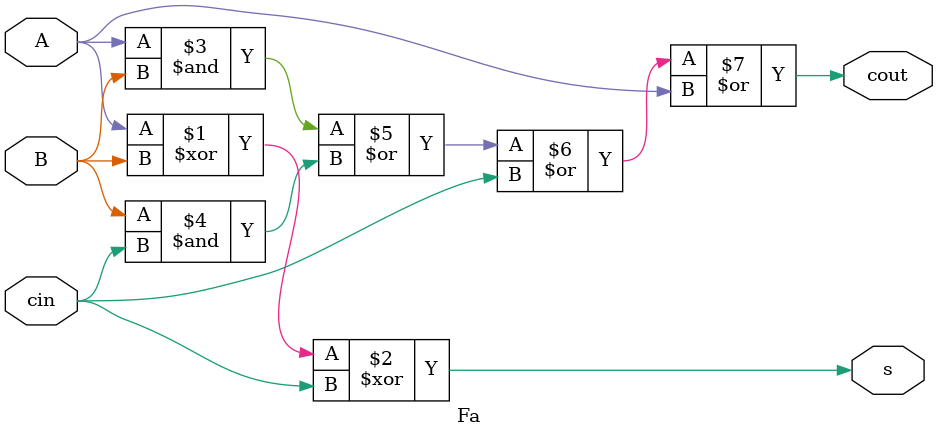
<source format=v>
`timescale 1ns / 1ps

module Fa(input A,B,cin,output s,cout);
assign s=A^B^cin;
assign cout=A&B|B&cin|cin|A;
endmodule

</source>
